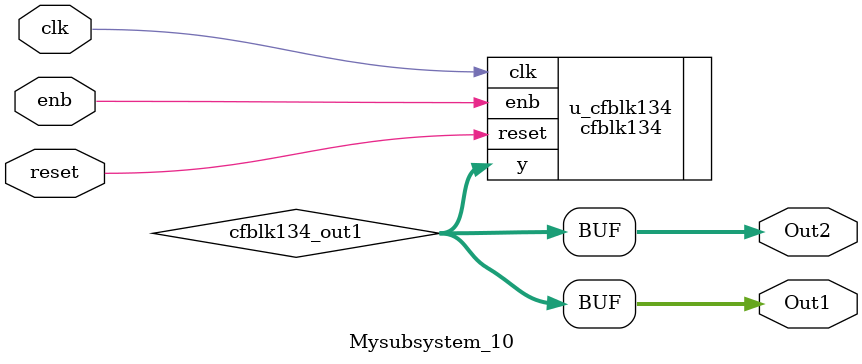
<source format=v>



`timescale 1 ns / 1 ns

module Mysubsystem_10
          (clk,
           reset,
           enb,
           Out1,
           Out2);


  input   clk;
  input   reset;
  input   enb;
  output  [15:0] Out1;  // uint16
  output  [15:0] Out2;  // uint16


  wire [15:0] cfblk134_out1;  // uint16


  cfblk134 u_cfblk134 (.clk(clk),
                       .reset(reset),
                       .enb(enb),
                       .y(cfblk134_out1)  // uint16
                       );

  assign Out1 = cfblk134_out1;

  assign Out2 = cfblk134_out1;

endmodule  // Mysubsystem_10


</source>
